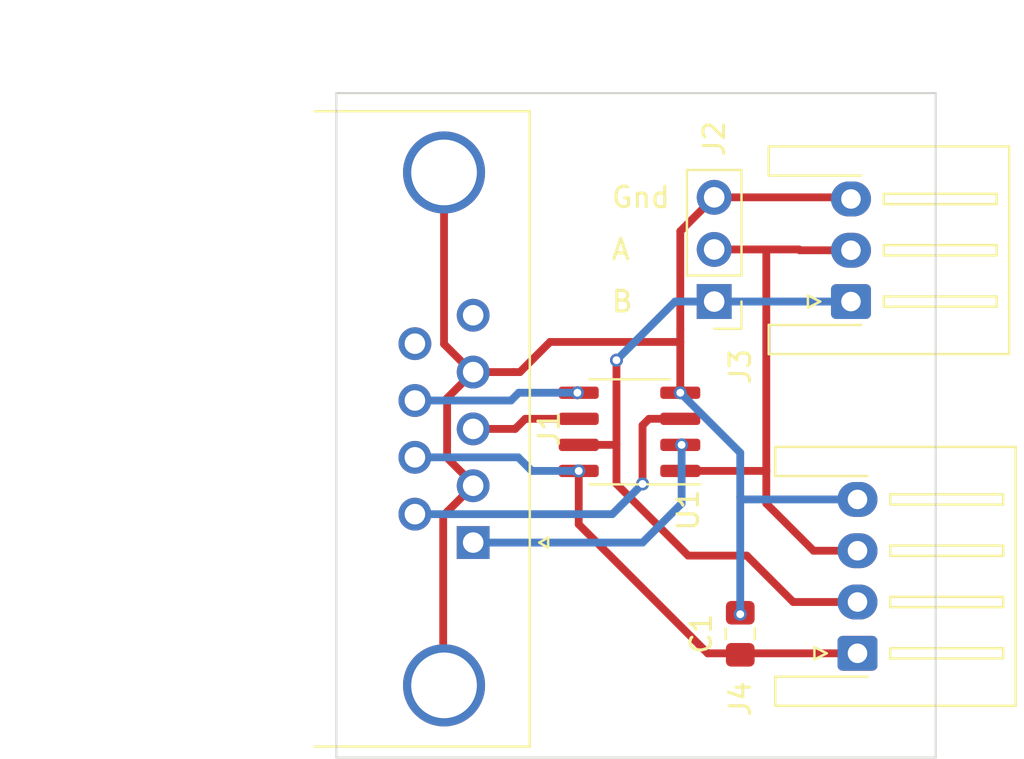
<source format=kicad_pcb>
(kicad_pcb (version 20171130) (host pcbnew "(5.1.5)-3")

  (general
    (thickness 1.6)
    (drawings 11)
    (tracks 76)
    (zones 0)
    (modules 6)
    (nets 9)
  )

  (page A4)
  (layers
    (0 F.Cu signal)
    (31 B.Cu signal)
    (32 B.Adhes user)
    (33 F.Adhes user)
    (34 B.Paste user)
    (35 F.Paste user)
    (36 B.SilkS user)
    (37 F.SilkS user)
    (38 B.Mask user)
    (39 F.Mask user)
    (40 Dwgs.User user)
    (41 Cmts.User user)
    (42 Eco1.User user)
    (43 Eco2.User user)
    (44 Edge.Cuts user)
    (45 Margin user)
    (46 B.CrtYd user)
    (47 F.CrtYd user)
    (48 B.Fab user hide)
    (49 F.Fab user hide)
  )

  (setup
    (last_trace_width 0.381)
    (user_trace_width 0.508)
    (trace_clearance 0.2)
    (zone_clearance 0.508)
    (zone_45_only no)
    (trace_min 0.2)
    (via_size 0.635)
    (via_drill 0.381)
    (via_min_size 0.4)
    (via_min_drill 0.3)
    (user_via 1.651 0.635)
    (uvia_size 0.3)
    (uvia_drill 0.1)
    (uvias_allowed no)
    (uvia_min_size 0.2)
    (uvia_min_drill 0.1)
    (edge_width 0.05)
    (segment_width 0.2)
    (pcb_text_width 0.3)
    (pcb_text_size 1.5 1.5)
    (mod_edge_width 0.12)
    (mod_text_size 1 1)
    (mod_text_width 0.15)
    (pad_size 1.524 1.524)
    (pad_drill 0.762)
    (pad_to_mask_clearance 0.051)
    (solder_mask_min_width 0.25)
    (aux_axis_origin 133.35 120.015)
    (grid_origin 133.35 120.015)
    (visible_elements 7FFFFFFF)
    (pcbplotparams
      (layerselection 0x010fc_ffffffff)
      (usegerberextensions false)
      (usegerberattributes false)
      (usegerberadvancedattributes false)
      (creategerberjobfile false)
      (excludeedgelayer true)
      (linewidth 0.100000)
      (plotframeref false)
      (viasonmask false)
      (mode 1)
      (useauxorigin false)
      (hpglpennumber 1)
      (hpglpenspeed 20)
      (hpglpendiameter 15.000000)
      (psnegative false)
      (psa4output false)
      (plotreference true)
      (plotvalue true)
      (plotinvisibletext false)
      (padsonsilk false)
      (subtractmaskfromsilk false)
      (outputformat 1)
      (mirror false)
      (drillshape 0)
      (scaleselection 1)
      (outputdirectory ""))
  )

  (net 0 "")
  (net 1 GND)
  (net 2 +5V)
  (net 3 /B+)
  (net 4 /B-)
  (net 5 /A-)
  (net 6 /A+)
  (net 7 /B)
  (net 8 /A)

  (net_class Default "This is the default net class."
    (clearance 0.2)
    (trace_width 0.381)
    (via_dia 0.635)
    (via_drill 0.381)
    (uvia_dia 0.3)
    (uvia_drill 0.1)
    (add_net +5V)
    (add_net /A)
    (add_net /A+)
    (add_net /A-)
    (add_net /B)
    (add_net /B+)
    (add_net /B-)
    (add_net GND)
  )

  (module 0MiscParts:DSUB-9_Female_Horizontal_P2.77x2.84mm_EdgePinOffset4.94mm_Housed_MountingHolesOffset7.48mm (layer F.Cu) (tedit 5E5A5D2A) (tstamp 5E4C5D68)
    (at 140.0175 109.5375 270)
    (descr "9-pin D-Sub connector, horizontal/angled (90 deg), THT-mount, female, pitch 2.77x2.84mm, pin-PCB-offset 4.9399999999999995mm, distance of mounting holes 25mm, distance of mounting holes to PCB edge 7.4799999999999995mm, see https://disti-assets.s3.amazonaws.com/tonar/files/datasheets/16730.pdf")
    (tags "9-pin D-Sub connector horizontal angled 90deg THT female pitch 2.77x2.84mm pin-PCB-offset 4.9399999999999995mm mounting-holes-distance 25mm mounting-hole-offset 25mm")
    (path /5E4BA70F)
    (fp_text reference J1 (at -5.54 -3.7 90) (layer F.SilkS)
      (effects (font (size 1 1) (thickness 0.15)))
    )
    (fp_text value DB9_Female_MountingHoles (at -5.54 15.85 90) (layer F.Fab)
      (effects (font (size 1 1) (thickness 0.15)))
    )
    (fp_text user %R (at -5.54 11.265 90) (layer F.Fab)
      (effects (font (size 1 1) (thickness 0.15)))
    )
    (fp_line (start 10.4 -3.25) (end -21.5 -3.25) (layer F.CrtYd) (width 0.05))
    (fp_line (start 10.4 14.85) (end 10.4 -3.25) (layer F.CrtYd) (width 0.05))
    (fp_line (start -21.5 14.85) (end 10.4 14.85) (layer F.CrtYd) (width 0.05))
    (fp_line (start -21.5 -3.25) (end -21.5 14.85) (layer F.CrtYd) (width 0.05))
    (fp_line (start 0 -3.221325) (end -0.25 -3.654338) (layer F.SilkS) (width 0.12))
    (fp_line (start 0.25 -3.654338) (end 0 -3.221325) (layer F.SilkS) (width 0.12))
    (fp_line (start -0.25 -3.654338) (end 0.25 -3.654338) (layer F.SilkS) (width 0.12))
    (fp_line (start 9.945 -2.76) (end 9.945 7.72) (layer F.SilkS) (width 0.12))
    (fp_line (start -21.025 -2.76) (end 9.945 -2.76) (layer F.SilkS) (width 0.12))
    (fp_line (start -21.025 7.72) (end -21.025 -2.76) (layer F.SilkS) (width 0.12))
    (fp_line (start 8.56 7.78) (end 8.56 0.3) (layer F.Fab) (width 0.1))
    (fp_line (start 5.36 7.78) (end 5.36 0.3) (layer F.Fab) (width 0.1))
    (fp_line (start -16.44 7.78) (end -16.44 0.3) (layer F.Fab) (width 0.1))
    (fp_line (start -19.64 7.78) (end -19.64 0.3) (layer F.Fab) (width 0.1))
    (fp_line (start 9.46 8.18) (end 4.46 8.18) (layer F.Fab) (width 0.1))
    (fp_line (start 9.46 13.18) (end 9.46 8.18) (layer F.Fab) (width 0.1))
    (fp_line (start 4.46 13.18) (end 9.46 13.18) (layer F.Fab) (width 0.1))
    (fp_line (start 4.46 8.18) (end 4.46 13.18) (layer F.Fab) (width 0.1))
    (fp_line (start -15.54 8.18) (end -20.54 8.18) (layer F.Fab) (width 0.1))
    (fp_line (start -15.54 13.18) (end -15.54 8.18) (layer F.Fab) (width 0.1))
    (fp_line (start -20.54 13.18) (end -15.54 13.18) (layer F.Fab) (width 0.1))
    (fp_line (start -20.54 8.18) (end -20.54 13.18) (layer F.Fab) (width 0.1))
    (fp_line (start 2.61 8.18) (end -13.69 8.18) (layer F.Fab) (width 0.1))
    (fp_line (start 2.61 14.35) (end 2.61 8.18) (layer F.Fab) (width 0.1))
    (fp_line (start -13.69 14.35) (end 2.61 14.35) (layer F.Fab) (width 0.1))
    (fp_line (start -13.69 8.18) (end -13.69 14.35) (layer F.Fab) (width 0.1))
    (fp_line (start 9.885 7.78) (end -20.965 7.78) (layer F.Fab) (width 0.1))
    (fp_line (start 9.885 8.18) (end 9.885 7.78) (layer F.Fab) (width 0.1))
    (fp_line (start -20.965 8.18) (end 9.885 8.18) (layer F.Fab) (width 0.1))
    (fp_line (start -20.965 7.78) (end -20.965 8.18) (layer F.Fab) (width 0.1))
    (fp_line (start 9.885 -2.7) (end -20.965 -2.7) (layer F.Fab) (width 0.1))
    (fp_line (start 9.885 7.78) (end 9.885 -2.7) (layer F.Fab) (width 0.1))
    (fp_line (start -20.965 7.78) (end 9.885 7.78) (layer F.Fab) (width 0.1))
    (fp_line (start -20.965 -2.7) (end -20.965 7.78) (layer F.Fab) (width 0.1))
    (fp_arc (start 6.96 0.3) (end 5.36 0.3) (angle 180) (layer F.Fab) (width 0.1))
    (fp_arc (start -18.04 0.3) (end -19.64 0.3) (angle 180) (layer F.Fab) (width 0.1))
    (pad 0 thru_hole circle (at 6.96 1.42 270) (size 4 4) (drill 3.2) (layers *.Cu *.Mask)
      (net 1 GND))
    (pad 0 thru_hole circle (at -18.04 1.42 270) (size 4 4) (drill 3.2) (layers *.Cu *.Mask)
      (net 1 GND))
    (pad 9 thru_hole circle (at -9.695 2.84 270) (size 1.6 1.6) (drill 1) (layers *.Cu *.Mask))
    (pad 8 thru_hole circle (at -6.925 2.84 270) (size 1.6 1.6) (drill 1) (layers *.Cu *.Mask)
      (net 3 /B+))
    (pad 7 thru_hole circle (at -4.155 2.84 270) (size 1.6 1.6) (drill 1) (layers *.Cu *.Mask)
      (net 2 +5V))
    (pad 6 thru_hole circle (at -1.385 2.84 270) (size 1.6 1.6) (drill 1) (layers *.Cu *.Mask)
      (net 6 /A+))
    (pad 5 thru_hole circle (at -11.08 0 270) (size 1.6 1.6) (drill 1) (layers *.Cu *.Mask))
    (pad 4 thru_hole circle (at -8.31 0 270) (size 1.6 1.6) (drill 1) (layers *.Cu *.Mask)
      (net 1 GND))
    (pad 3 thru_hole circle (at -5.54 0 270) (size 1.6 1.6) (drill 1) (layers *.Cu *.Mask)
      (net 4 /B-))
    (pad 2 thru_hole circle (at -2.77 0 270) (size 1.6 1.6) (drill 1) (layers *.Cu *.Mask)
      (net 1 GND))
    (pad 1 thru_hole rect (at 0 0 270) (size 1.6 1.6) (drill 1) (layers *.Cu *.Mask)
      (net 5 /A-))
    (model ${KISYS3DMOD}/Connector_Dsub.3dshapes/DSUB-9_Female_Horizontal_P2.77x2.84mm_EdgePinOffset4.94mm_Housed_MountingHolesOffset7.48mm.wrl
      (at (xyz 0 0 0))
      (scale (xyz 1 1 1))
      (rotate (xyz 0 0 0))
    )
  )

  (module Connector_PinHeader_2.54mm:PinHeader_1x03_P2.54mm_Vertical (layer F.Cu) (tedit 59FED5CC) (tstamp 5E4CF623)
    (at 151.765 97.79 180)
    (descr "Through hole straight pin header, 1x03, 2.54mm pitch, single row")
    (tags "Through hole pin header THT 1x03 2.54mm single row")
    (path /5E5240B8)
    (fp_text reference J2 (at 0 7.9375 90) (layer F.SilkS)
      (effects (font (size 1 1) (thickness 0.15)))
    )
    (fp_text value Conn_01x03_Male (at 0 7.41) (layer F.Fab)
      (effects (font (size 1 1) (thickness 0.15)))
    )
    (fp_text user %R (at 0 2.54 90) (layer F.Fab)
      (effects (font (size 1 1) (thickness 0.15)))
    )
    (fp_line (start 1.8 -1.8) (end -1.8 -1.8) (layer F.CrtYd) (width 0.05))
    (fp_line (start 1.8 6.85) (end 1.8 -1.8) (layer F.CrtYd) (width 0.05))
    (fp_line (start -1.8 6.85) (end 1.8 6.85) (layer F.CrtYd) (width 0.05))
    (fp_line (start -1.8 -1.8) (end -1.8 6.85) (layer F.CrtYd) (width 0.05))
    (fp_line (start -1.33 -1.33) (end 0 -1.33) (layer F.SilkS) (width 0.12))
    (fp_line (start -1.33 0) (end -1.33 -1.33) (layer F.SilkS) (width 0.12))
    (fp_line (start -1.33 1.27) (end 1.33 1.27) (layer F.SilkS) (width 0.12))
    (fp_line (start 1.33 1.27) (end 1.33 6.41) (layer F.SilkS) (width 0.12))
    (fp_line (start -1.33 1.27) (end -1.33 6.41) (layer F.SilkS) (width 0.12))
    (fp_line (start -1.33 6.41) (end 1.33 6.41) (layer F.SilkS) (width 0.12))
    (fp_line (start -1.27 -0.635) (end -0.635 -1.27) (layer F.Fab) (width 0.1))
    (fp_line (start -1.27 6.35) (end -1.27 -0.635) (layer F.Fab) (width 0.1))
    (fp_line (start 1.27 6.35) (end -1.27 6.35) (layer F.Fab) (width 0.1))
    (fp_line (start 1.27 -1.27) (end 1.27 6.35) (layer F.Fab) (width 0.1))
    (fp_line (start -0.635 -1.27) (end 1.27 -1.27) (layer F.Fab) (width 0.1))
    (pad 3 thru_hole oval (at 0 5.08 180) (size 1.7 1.7) (drill 1) (layers *.Cu *.Mask)
      (net 1 GND))
    (pad 2 thru_hole oval (at 0 2.54 180) (size 1.7 1.7) (drill 1) (layers *.Cu *.Mask)
      (net 8 /A))
    (pad 1 thru_hole rect (at 0 0 180) (size 1.7 1.7) (drill 1) (layers *.Cu *.Mask)
      (net 7 /B))
    (model ${KISYS3DMOD}/Connector_PinHeader_2.54mm.3dshapes/PinHeader_1x03_P2.54mm_Vertical.wrl
      (at (xyz 0 0 0))
      (scale (xyz 1 1 1))
      (rotate (xyz 0 0 0))
    )
  )

  (module Connector_JST:JST_XH_S3B-XH-A-1_1x03_P2.50mm_Horizontal (layer F.Cu) (tedit 5C281476) (tstamp 5E4C5EEF)
    (at 158.4325 97.79 90)
    (descr "JST XH series connector, S3B-XH-A-1 (http://www.jst-mfg.com/product/pdf/eng/eXH.pdf), generated with kicad-footprint-generator")
    (tags "connector JST XH horizontal")
    (path /5E5026A3)
    (fp_text reference J3 (at -3.175 -5.3975 90) (layer F.SilkS)
      (effects (font (size 1 1) (thickness 0.15)))
    )
    (fp_text value Conn_01x03 (at 2.5 8.8 90) (layer F.Fab)
      (effects (font (size 1 1) (thickness 0.15)))
    )
    (fp_text user %R (at 2.5 1.85 90) (layer F.Fab)
      (effects (font (size 1 1) (thickness 0.15)))
    )
    (fp_line (start 0 -0.4) (end 0.625 0.6) (layer F.Fab) (width 0.1))
    (fp_line (start -0.625 0.6) (end 0 -0.4) (layer F.Fab) (width 0.1))
    (fp_line (start 0.3 -2.1) (end 0 -1.5) (layer F.SilkS) (width 0.12))
    (fp_line (start -0.3 -2.1) (end 0.3 -2.1) (layer F.SilkS) (width 0.12))
    (fp_line (start 0 -1.5) (end -0.3 -2.1) (layer F.SilkS) (width 0.12))
    (fp_line (start 5.25 1.6) (end 4.75 1.6) (layer F.SilkS) (width 0.12))
    (fp_line (start 5.25 7.1) (end 5.25 1.6) (layer F.SilkS) (width 0.12))
    (fp_line (start 4.75 7.1) (end 5.25 7.1) (layer F.SilkS) (width 0.12))
    (fp_line (start 4.75 1.6) (end 4.75 7.1) (layer F.SilkS) (width 0.12))
    (fp_line (start 2.75 1.6) (end 2.25 1.6) (layer F.SilkS) (width 0.12))
    (fp_line (start 2.75 7.1) (end 2.75 1.6) (layer F.SilkS) (width 0.12))
    (fp_line (start 2.25 7.1) (end 2.75 7.1) (layer F.SilkS) (width 0.12))
    (fp_line (start 2.25 1.6) (end 2.25 7.1) (layer F.SilkS) (width 0.12))
    (fp_line (start 0.25 1.6) (end -0.25 1.6) (layer F.SilkS) (width 0.12))
    (fp_line (start 0.25 7.1) (end 0.25 1.6) (layer F.SilkS) (width 0.12))
    (fp_line (start -0.25 7.1) (end 0.25 7.1) (layer F.SilkS) (width 0.12))
    (fp_line (start -0.25 1.6) (end -0.25 7.1) (layer F.SilkS) (width 0.12))
    (fp_line (start 6.25 0.6) (end 2.5 0.6) (layer F.Fab) (width 0.1))
    (fp_line (start 6.25 -3.9) (end 6.25 0.6) (layer F.Fab) (width 0.1))
    (fp_line (start 7.45 -3.9) (end 6.25 -3.9) (layer F.Fab) (width 0.1))
    (fp_line (start 7.45 7.6) (end 7.45 -3.9) (layer F.Fab) (width 0.1))
    (fp_line (start 2.5 7.6) (end 7.45 7.6) (layer F.Fab) (width 0.1))
    (fp_line (start -1.25 0.6) (end 2.5 0.6) (layer F.Fab) (width 0.1))
    (fp_line (start -1.25 -3.9) (end -1.25 0.6) (layer F.Fab) (width 0.1))
    (fp_line (start -2.45 -3.9) (end -1.25 -3.9) (layer F.Fab) (width 0.1))
    (fp_line (start -2.45 7.6) (end -2.45 -3.9) (layer F.Fab) (width 0.1))
    (fp_line (start 2.5 7.6) (end -2.45 7.6) (layer F.Fab) (width 0.1))
    (fp_line (start 6.14 -4.01) (end 6.14 0.49) (layer F.SilkS) (width 0.12))
    (fp_line (start 7.56 -4.01) (end 6.14 -4.01) (layer F.SilkS) (width 0.12))
    (fp_line (start 7.56 7.71) (end 7.56 -4.01) (layer F.SilkS) (width 0.12))
    (fp_line (start 2.5 7.71) (end 7.56 7.71) (layer F.SilkS) (width 0.12))
    (fp_line (start -1.14 -4.01) (end -1.14 0.49) (layer F.SilkS) (width 0.12))
    (fp_line (start -2.56 -4.01) (end -1.14 -4.01) (layer F.SilkS) (width 0.12))
    (fp_line (start -2.56 7.71) (end -2.56 -4.01) (layer F.SilkS) (width 0.12))
    (fp_line (start 2.5 7.71) (end -2.56 7.71) (layer F.SilkS) (width 0.12))
    (fp_line (start 7.95 -4.4) (end -2.95 -4.4) (layer F.CrtYd) (width 0.05))
    (fp_line (start 7.95 8.1) (end 7.95 -4.4) (layer F.CrtYd) (width 0.05))
    (fp_line (start -2.95 8.1) (end 7.95 8.1) (layer F.CrtYd) (width 0.05))
    (fp_line (start -2.95 -4.4) (end -2.95 8.1) (layer F.CrtYd) (width 0.05))
    (pad 3 thru_hole oval (at 5 0 90) (size 1.7 1.95) (drill 0.95) (layers *.Cu *.Mask)
      (net 1 GND))
    (pad 2 thru_hole oval (at 2.5 0 90) (size 1.7 1.95) (drill 0.95) (layers *.Cu *.Mask)
      (net 8 /A))
    (pad 1 thru_hole roundrect (at 0 0 90) (size 1.7 1.95) (drill 0.95) (layers *.Cu *.Mask) (roundrect_rratio 0.147059)
      (net 7 /B))
    (model ${KISYS3DMOD}/Connector_JST.3dshapes/JST_XH_S3B-XH-A-1_1x03_P2.50mm_Horizontal.wrl
      (at (xyz 0 0 0))
      (scale (xyz 1 1 1))
      (rotate (xyz 0 0 0))
    )
  )

  (module Package_SO:SOIC-8_3.9x4.9mm_P1.27mm (layer F.Cu) (tedit 5C97300E) (tstamp 5E4C5F64)
    (at 147.6375 104.14 180)
    (descr "SOIC, 8 Pin (JEDEC MS-012AA, https://www.analog.com/media/en/package-pcb-resources/package/pkg_pdf/soic_narrow-r/r_8.pdf), generated with kicad-footprint-generator ipc_gullwing_generator.py")
    (tags "SOIC SO")
    (path /5E4BBA64)
    (attr smd)
    (fp_text reference U1 (at -2.8575 -3.81 90) (layer F.SilkS)
      (effects (font (size 1 1) (thickness 0.15)))
    )
    (fp_text value OP275 (at 0 3.4) (layer F.Fab)
      (effects (font (size 1 1) (thickness 0.15)))
    )
    (fp_text user %R (at 0 0) (layer F.Fab)
      (effects (font (size 0.98 0.98) (thickness 0.15)))
    )
    (fp_line (start 3.7 -2.7) (end -3.7 -2.7) (layer F.CrtYd) (width 0.05))
    (fp_line (start 3.7 2.7) (end 3.7 -2.7) (layer F.CrtYd) (width 0.05))
    (fp_line (start -3.7 2.7) (end 3.7 2.7) (layer F.CrtYd) (width 0.05))
    (fp_line (start -3.7 -2.7) (end -3.7 2.7) (layer F.CrtYd) (width 0.05))
    (fp_line (start -1.95 -1.475) (end -0.975 -2.45) (layer F.Fab) (width 0.1))
    (fp_line (start -1.95 2.45) (end -1.95 -1.475) (layer F.Fab) (width 0.1))
    (fp_line (start 1.95 2.45) (end -1.95 2.45) (layer F.Fab) (width 0.1))
    (fp_line (start 1.95 -2.45) (end 1.95 2.45) (layer F.Fab) (width 0.1))
    (fp_line (start -0.975 -2.45) (end 1.95 -2.45) (layer F.Fab) (width 0.1))
    (fp_line (start 0 -2.56) (end -3.45 -2.56) (layer F.SilkS) (width 0.12))
    (fp_line (start 0 -2.56) (end 1.95 -2.56) (layer F.SilkS) (width 0.12))
    (fp_line (start 0 2.56) (end -1.95 2.56) (layer F.SilkS) (width 0.12))
    (fp_line (start 0 2.56) (end 1.95 2.56) (layer F.SilkS) (width 0.12))
    (pad 8 smd roundrect (at 2.475 -1.905 180) (size 1.95 0.6) (layers F.Cu F.Paste F.Mask) (roundrect_rratio 0.25)
      (net 2 +5V))
    (pad 7 smd roundrect (at 2.475 -0.635 180) (size 1.95 0.6) (layers F.Cu F.Paste F.Mask) (roundrect_rratio 0.25)
      (net 7 /B))
    (pad 6 smd roundrect (at 2.475 0.635 180) (size 1.95 0.6) (layers F.Cu F.Paste F.Mask) (roundrect_rratio 0.25)
      (net 4 /B-))
    (pad 5 smd roundrect (at 2.475 1.905 180) (size 1.95 0.6) (layers F.Cu F.Paste F.Mask) (roundrect_rratio 0.25)
      (net 3 /B+))
    (pad 4 smd roundrect (at -2.475 1.905 180) (size 1.95 0.6) (layers F.Cu F.Paste F.Mask) (roundrect_rratio 0.25)
      (net 1 GND))
    (pad 3 smd roundrect (at -2.475 0.635 180) (size 1.95 0.6) (layers F.Cu F.Paste F.Mask) (roundrect_rratio 0.25)
      (net 6 /A+))
    (pad 2 smd roundrect (at -2.475 -0.635 180) (size 1.95 0.6) (layers F.Cu F.Paste F.Mask) (roundrect_rratio 0.25)
      (net 5 /A-))
    (pad 1 smd roundrect (at -2.475 -1.905 180) (size 1.95 0.6) (layers F.Cu F.Paste F.Mask) (roundrect_rratio 0.25)
      (net 8 /A))
    (model ${KISYS3DMOD}/Package_SO.3dshapes/SOIC-8_3.9x4.9mm_P1.27mm.wrl
      (at (xyz 0 0 0))
      (scale (xyz 1 1 1))
      (rotate (xyz 0 0 0))
    )
  )

  (module Connector_JST:JST_XH_S4B-XH-A-1_1x04_P2.50mm_Horizontal (layer F.Cu) (tedit 5C281476) (tstamp 5E4C5CCF)
    (at 158.75 114.935 90)
    (descr "JST XH series connector, S4B-XH-A-1 (http://www.jst-mfg.com/product/pdf/eng/eXH.pdf), generated with kicad-footprint-generator")
    (tags "connector JST XH horizontal")
    (path /5E4C13FC)
    (fp_text reference J4 (at -2.2225 -5.715 90) (layer F.SilkS)
      (effects (font (size 1 1) (thickness 0.15)))
    )
    (fp_text value Conn_01x04 (at 3.75 8.8 90) (layer F.Fab)
      (effects (font (size 1 1) (thickness 0.15)))
    )
    (fp_text user %R (at 3.75 1.85 90) (layer F.Fab)
      (effects (font (size 1 1) (thickness 0.15)))
    )
    (fp_line (start 0 -0.4) (end 0.625 0.6) (layer F.Fab) (width 0.1))
    (fp_line (start -0.625 0.6) (end 0 -0.4) (layer F.Fab) (width 0.1))
    (fp_line (start 0.3 -2.1) (end 0 -1.5) (layer F.SilkS) (width 0.12))
    (fp_line (start -0.3 -2.1) (end 0.3 -2.1) (layer F.SilkS) (width 0.12))
    (fp_line (start 0 -1.5) (end -0.3 -2.1) (layer F.SilkS) (width 0.12))
    (fp_line (start 7.75 1.6) (end 7.25 1.6) (layer F.SilkS) (width 0.12))
    (fp_line (start 7.75 7.1) (end 7.75 1.6) (layer F.SilkS) (width 0.12))
    (fp_line (start 7.25 7.1) (end 7.75 7.1) (layer F.SilkS) (width 0.12))
    (fp_line (start 7.25 1.6) (end 7.25 7.1) (layer F.SilkS) (width 0.12))
    (fp_line (start 5.25 1.6) (end 4.75 1.6) (layer F.SilkS) (width 0.12))
    (fp_line (start 5.25 7.1) (end 5.25 1.6) (layer F.SilkS) (width 0.12))
    (fp_line (start 4.75 7.1) (end 5.25 7.1) (layer F.SilkS) (width 0.12))
    (fp_line (start 4.75 1.6) (end 4.75 7.1) (layer F.SilkS) (width 0.12))
    (fp_line (start 2.75 1.6) (end 2.25 1.6) (layer F.SilkS) (width 0.12))
    (fp_line (start 2.75 7.1) (end 2.75 1.6) (layer F.SilkS) (width 0.12))
    (fp_line (start 2.25 7.1) (end 2.75 7.1) (layer F.SilkS) (width 0.12))
    (fp_line (start 2.25 1.6) (end 2.25 7.1) (layer F.SilkS) (width 0.12))
    (fp_line (start 0.25 1.6) (end -0.25 1.6) (layer F.SilkS) (width 0.12))
    (fp_line (start 0.25 7.1) (end 0.25 1.6) (layer F.SilkS) (width 0.12))
    (fp_line (start -0.25 7.1) (end 0.25 7.1) (layer F.SilkS) (width 0.12))
    (fp_line (start -0.25 1.6) (end -0.25 7.1) (layer F.SilkS) (width 0.12))
    (fp_line (start 8.75 0.6) (end 3.75 0.6) (layer F.Fab) (width 0.1))
    (fp_line (start 8.75 -3.9) (end 8.75 0.6) (layer F.Fab) (width 0.1))
    (fp_line (start 9.95 -3.9) (end 8.75 -3.9) (layer F.Fab) (width 0.1))
    (fp_line (start 9.95 7.6) (end 9.95 -3.9) (layer F.Fab) (width 0.1))
    (fp_line (start 3.75 7.6) (end 9.95 7.6) (layer F.Fab) (width 0.1))
    (fp_line (start -1.25 0.6) (end 3.75 0.6) (layer F.Fab) (width 0.1))
    (fp_line (start -1.25 -3.9) (end -1.25 0.6) (layer F.Fab) (width 0.1))
    (fp_line (start -2.45 -3.9) (end -1.25 -3.9) (layer F.Fab) (width 0.1))
    (fp_line (start -2.45 7.6) (end -2.45 -3.9) (layer F.Fab) (width 0.1))
    (fp_line (start 3.75 7.6) (end -2.45 7.6) (layer F.Fab) (width 0.1))
    (fp_line (start 8.64 -4.01) (end 8.64 0.49) (layer F.SilkS) (width 0.12))
    (fp_line (start 10.06 -4.01) (end 8.64 -4.01) (layer F.SilkS) (width 0.12))
    (fp_line (start 10.06 7.71) (end 10.06 -4.01) (layer F.SilkS) (width 0.12))
    (fp_line (start 3.75 7.71) (end 10.06 7.71) (layer F.SilkS) (width 0.12))
    (fp_line (start -1.14 -4.01) (end -1.14 0.49) (layer F.SilkS) (width 0.12))
    (fp_line (start -2.56 -4.01) (end -1.14 -4.01) (layer F.SilkS) (width 0.12))
    (fp_line (start -2.56 7.71) (end -2.56 -4.01) (layer F.SilkS) (width 0.12))
    (fp_line (start 3.75 7.71) (end -2.56 7.71) (layer F.SilkS) (width 0.12))
    (fp_line (start 10.45 -4.4) (end -2.95 -4.4) (layer F.CrtYd) (width 0.05))
    (fp_line (start 10.45 8.1) (end 10.45 -4.4) (layer F.CrtYd) (width 0.05))
    (fp_line (start -2.95 8.1) (end 10.45 8.1) (layer F.CrtYd) (width 0.05))
    (fp_line (start -2.95 -4.4) (end -2.95 8.1) (layer F.CrtYd) (width 0.05))
    (pad 4 thru_hole oval (at 7.5 0 90) (size 1.7 1.95) (drill 0.95) (layers *.Cu *.Mask)
      (net 1 GND))
    (pad 3 thru_hole oval (at 5 0 90) (size 1.7 1.95) (drill 0.95) (layers *.Cu *.Mask)
      (net 8 /A))
    (pad 2 thru_hole oval (at 2.5 0 90) (size 1.7 1.95) (drill 0.95) (layers *.Cu *.Mask)
      (net 7 /B))
    (pad 1 thru_hole roundrect (at 0 0 90) (size 1.7 1.95) (drill 0.95) (layers *.Cu *.Mask) (roundrect_rratio 0.147059)
      (net 2 +5V))
    (model ${KISYS3DMOD}/Connector_JST.3dshapes/JST_XH_S4B-XH-A-1_1x04_P2.50mm_Horizontal.wrl
      (at (xyz 0 0 0))
      (scale (xyz 1 1 1))
      (rotate (xyz 0 0 0))
    )
  )

  (module Capacitor_SMD:C_0805_2012Metric_Pad1.15x1.40mm_HandSolder (layer F.Cu) (tedit 5B36C52B) (tstamp 5E4C5DDE)
    (at 153.035 113.9825 90)
    (descr "Capacitor SMD 0805 (2012 Metric), square (rectangular) end terminal, IPC_7351 nominal with elongated pad for handsoldering. (Body size source: https://docs.google.com/spreadsheets/d/1BsfQQcO9C6DZCsRaXUlFlo91Tg2WpOkGARC1WS5S8t0/edit?usp=sharing), generated with kicad-footprint-generator")
    (tags "capacitor handsolder")
    (path /5E4C1ED6)
    (attr smd)
    (fp_text reference C1 (at 0 -1.905 90) (layer F.SilkS)
      (effects (font (size 1 1) (thickness 0.15)))
    )
    (fp_text value C (at 0 1.65 90) (layer F.Fab)
      (effects (font (size 1 1) (thickness 0.15)))
    )
    (fp_text user %R (at 6.985 -3.4925 90) (layer F.Fab)
      (effects (font (size 0.5 0.5) (thickness 0.08)))
    )
    (fp_line (start 1.85 0.95) (end -1.85 0.95) (layer F.CrtYd) (width 0.05))
    (fp_line (start 1.85 -0.95) (end 1.85 0.95) (layer F.CrtYd) (width 0.05))
    (fp_line (start -1.85 -0.95) (end 1.85 -0.95) (layer F.CrtYd) (width 0.05))
    (fp_line (start -1.85 0.95) (end -1.85 -0.95) (layer F.CrtYd) (width 0.05))
    (fp_line (start -0.261252 0.71) (end 0.261252 0.71) (layer F.SilkS) (width 0.12))
    (fp_line (start -0.261252 -0.71) (end 0.261252 -0.71) (layer F.SilkS) (width 0.12))
    (fp_line (start 1 0.6) (end -1 0.6) (layer F.Fab) (width 0.1))
    (fp_line (start 1 -0.6) (end 1 0.6) (layer F.Fab) (width 0.1))
    (fp_line (start -1 -0.6) (end 1 -0.6) (layer F.Fab) (width 0.1))
    (fp_line (start -1 0.6) (end -1 -0.6) (layer F.Fab) (width 0.1))
    (pad 2 smd roundrect (at 1.025 0 90) (size 1.15 1.4) (layers F.Cu F.Paste F.Mask) (roundrect_rratio 0.217391)
      (net 1 GND))
    (pad 1 smd roundrect (at -1.025 0 90) (size 1.15 1.4) (layers F.Cu F.Paste F.Mask) (roundrect_rratio 0.217391)
      (net 2 +5V))
    (model ${KISYS3DMOD}/Capacitor_SMD.3dshapes/C_0805_2012Metric.wrl
      (at (xyz 0 0 0))
      (scale (xyz 1 1 1))
      (rotate (xyz 0 0 0))
    )
  )

  (dimension 25.0825 (width 0.15) (layer Dwgs.User)
    (gr_text "0.9875 in" (at 128.875 103.98125 90) (layer Dwgs.User)
      (effects (font (size 1 1) (thickness 0.15)))
    )
    (feature1 (pts (xy 133.35 91.44) (xy 129.588579 91.44)))
    (feature2 (pts (xy 133.35 116.5225) (xy 129.588579 116.5225)))
    (crossbar (pts (xy 130.175 116.5225) (xy 130.175 91.44)))
    (arrow1a (pts (xy 130.175 91.44) (xy 130.761421 92.566504)))
    (arrow1b (pts (xy 130.175 91.44) (xy 129.588579 92.566504)))
    (arrow2a (pts (xy 130.175 116.5225) (xy 130.761421 115.395996)))
    (arrow2b (pts (xy 130.175 116.5225) (xy 129.588579 115.395996)))
  )
  (dimension 3.81 (width 0.15) (layer Dwgs.User)
    (gr_text "0.1500 in" (at 128.875 89.535 270) (layer Dwgs.User)
      (effects (font (size 1 1) (thickness 0.15)))
    )
    (feature1 (pts (xy 133.35 91.44) (xy 129.588579 91.44)))
    (feature2 (pts (xy 133.35 87.63) (xy 129.588579 87.63)))
    (crossbar (pts (xy 130.175 87.63) (xy 130.175 91.44)))
    (arrow1a (pts (xy 130.175 91.44) (xy 129.588579 90.313496)))
    (arrow1b (pts (xy 130.175 91.44) (xy 130.761421 90.313496)))
    (arrow2a (pts (xy 130.175 87.63) (xy 129.588579 88.756504)))
    (arrow2b (pts (xy 130.175 87.63) (xy 130.761421 88.756504)))
  )
  (gr_text B (at 146.685 97.79) (layer F.SilkS) (tstamp 5E4CFB3C)
    (effects (font (size 1 1) (thickness 0.15)) (justify left))
  )
  (gr_text A (at 146.685 95.25) (layer F.SilkS) (tstamp 5E4CFB3C)
    (effects (font (size 1 1) (thickness 0.15)) (justify left))
  )
  (gr_text Gnd (at 146.685 92.71) (layer F.SilkS)
    (effects (font (size 1 1) (thickness 0.15)) (justify left))
  )
  (dimension 32.385 (width 0.15) (layer Dwgs.User) (tstamp 5E4C5F9E)
    (gr_text "1.2750 in" (at 120.62 103.8225 90) (layer Dwgs.User) (tstamp 5E4C5F9E)
      (effects (font (size 1 1) (thickness 0.15)))
    )
    (feature1 (pts (xy 133.35 87.63) (xy 121.333579 87.63)))
    (feature2 (pts (xy 133.35 120.015) (xy 121.333579 120.015)))
    (crossbar (pts (xy 121.92 120.015) (xy 121.92 87.63)))
    (arrow1a (pts (xy 121.92 87.63) (xy 122.506421 88.756504)))
    (arrow1b (pts (xy 121.92 87.63) (xy 121.333579 88.756504)))
    (arrow2a (pts (xy 121.92 120.015) (xy 122.506421 118.888496)))
    (arrow2b (pts (xy 121.92 120.015) (xy 121.333579 118.888496)))
  )
  (dimension 29.21 (width 0.15) (layer Dwgs.User) (tstamp 5E4C5F98)
    (gr_text "1.1500 in" (at 147.955 83.79) (layer Dwgs.User) (tstamp 5E4C5F98)
      (effects (font (size 1 1) (thickness 0.15)))
    )
    (feature1 (pts (xy 133.35 87.63) (xy 133.35 84.503579)))
    (feature2 (pts (xy 162.56 87.63) (xy 162.56 84.503579)))
    (crossbar (pts (xy 162.56 85.09) (xy 133.35 85.09)))
    (arrow1a (pts (xy 133.35 85.09) (xy 134.476504 84.503579)))
    (arrow1b (pts (xy 133.35 85.09) (xy 134.476504 85.676421)))
    (arrow2a (pts (xy 162.56 85.09) (xy 161.433496 84.503579)))
    (arrow2b (pts (xy 162.56 85.09) (xy 161.433496 85.676421)))
  )
  (gr_line (start 133.35 87.63) (end 133.35 120.015) (layer Edge.Cuts) (width 0.1) (tstamp 5E4C5EBC))
  (gr_line (start 162.56 87.63) (end 133.35 87.63) (layer Edge.Cuts) (width 0.1) (tstamp 5E4C5EB3))
  (gr_line (start 162.56 120.015) (end 162.56 87.63) (layer Edge.Cuts) (width 0.1) (tstamp 5E4C5EB6))
  (gr_line (start 133.35 120.015) (end 162.56 120.015) (layer Edge.Cuts) (width 0.1) (tstamp 5E4C5EB9))

  (via (at 153.035 113.03) (size 0.635) (drill 0.381) (layers F.Cu B.Cu) (net 1) (tstamp 5E4C5C94))
  (segment (start 150.1125 101.835) (end 150.1125 102.235) (width 0.381) (layer F.Cu) (net 1) (tstamp 5E4C5E4A))
  (segment (start 150.1125 102.235) (end 150.1125 102.235) (width 0.381) (layer F.Cu) (net 1) (tstamp 5E4C5E62))
  (via (at 150.1125 102.235) (size 0.635) (drill 0.381) (layers F.Cu B.Cu) (net 1) (tstamp 5E4C5C8B))
  (segment (start 150.1125 102.235) (end 153.035 105.1575) (width 0.381) (layer B.Cu) (net 1) (tstamp 5E4C5E3B))
  (segment (start 153.155 107.435) (end 153.035 107.315) (width 0.381) (layer B.Cu) (net 1) (tstamp 5E4C5E2F))
  (segment (start 158.75 107.435) (end 153.155 107.435) (width 0.381) (layer B.Cu) (net 1) (tstamp 5E4C5E38))
  (segment (start 153.035 105.1575) (end 153.035 107.315) (width 0.381) (layer B.Cu) (net 1) (tstamp 5E4C5E35))
  (segment (start 153.035 107.315) (end 153.035 113.03) (width 0.381) (layer B.Cu) (net 1) (tstamp 5E4C5E32))
  (segment (start 158.3525 92.71) (end 158.4325 92.79) (width 0.381) (layer F.Cu) (net 1))
  (segment (start 151.765 92.71) (end 158.3525 92.71) (width 0.381) (layer F.Cu) (net 1))
  (segment (start 150.1125 94.3625) (end 151.765 92.71) (width 0.381) (layer F.Cu) (net 1))
  (segment (start 150.1125 99.125) (end 150.1125 94.3625) (width 0.381) (layer F.Cu) (net 1))
  (segment (start 140.0175 106.7675) (end 140.0175 106.68) (width 0.381) (layer F.Cu) (net 1))
  (segment (start 140.0175 106.68) (end 138.7475 105.41) (width 0.381) (layer F.Cu) (net 1))
  (segment (start 138.7475 102.4975) (end 140.0175 101.2275) (width 0.381) (layer F.Cu) (net 1))
  (segment (start 138.7475 105.41) (end 138.7475 102.4975) (width 0.381) (layer F.Cu) (net 1))
  (segment (start 140.0175 101.2275) (end 139.9625 101.2275) (width 0.381) (layer F.Cu) (net 1))
  (segment (start 138.5975 99.8625) (end 138.5975 91.4975) (width 0.381) (layer F.Cu) (net 1))
  (segment (start 139.9625 101.2275) (end 138.5975 99.8625) (width 0.381) (layer F.Cu) (net 1))
  (segment (start 140.0175 101.2275) (end 141.9775 101.2275) (width 0.381) (layer F.Cu) (net 1))
  (segment (start 150.1125 99.76) (end 143.7625 99.76) (width 0.381) (layer F.Cu) (net 1))
  (segment (start 150.1125 99.76) (end 150.1125 101.835) (width 0.381) (layer F.Cu) (net 1))
  (segment (start 150.1125 99.125) (end 150.1125 99.76) (width 0.381) (layer F.Cu) (net 1))
  (segment (start 142.295 101.2275) (end 141.9775 101.2275) (width 0.381) (layer F.Cu) (net 1))
  (segment (start 143.7625 99.76) (end 142.295 101.2275) (width 0.381) (layer F.Cu) (net 1))
  (segment (start 138.557 108.228) (end 140.0175 106.7675) (width 0.381) (layer F.Cu) (net 1))
  (segment (start 138.5975 116.4975) (end 138.557 116.457) (width 0.381) (layer F.Cu) (net 1))
  (segment (start 138.557 116.457) (end 138.557 108.228) (width 0.381) (layer F.Cu) (net 1))
  (segment (start 151.4475 114.935) (end 158.75 114.935) (width 0.381) (layer F.Cu) (net 2) (tstamp 5E4C5E17))
  (segment (start 145.1625 106.045) (end 145.1625 106.045) (width 0.381) (layer F.Cu) (net 2) (tstamp 5E4C5E0B))
  (segment (start 145.1625 108.65) (end 151.4475 114.935) (width 0.381) (layer F.Cu) (net 2) (tstamp 5E4C5E02))
  (segment (start 145.1625 106.045) (end 145.1625 108.65) (width 0.381) (layer F.Cu) (net 2) (tstamp 5EF3CE6D))
  (via (at 145.1625 106.045) (size 0.635) (drill 0.381) (layers F.Cu B.Cu) (net 2))
  (segment (start 137.1775 105.3825) (end 142.2125 105.3825) (width 0.381) (layer B.Cu) (net 2))
  (segment (start 142.875 106.045) (end 145.1625 106.045) (width 0.381) (layer B.Cu) (net 2))
  (segment (start 142.2125 105.3825) (end 142.875 106.045) (width 0.381) (layer B.Cu) (net 2))
  (via (at 145.0975 102.235) (size 0.635) (drill 0.381) (layers F.Cu B.Cu) (net 3))
  (segment (start 137.1775 102.6125) (end 141.8625 102.6125) (width 0.381) (layer B.Cu) (net 3))
  (segment (start 141.8625 102.6125) (end 142.24 102.235) (width 0.381) (layer B.Cu) (net 3))
  (segment (start 142.24 102.235) (end 145.0975 102.235) (width 0.381) (layer B.Cu) (net 3))
  (segment (start 140.0175 103.9975) (end 142.065 103.9975) (width 0.381) (layer F.Cu) (net 4))
  (segment (start 142.5575 103.505) (end 145.1625 103.505) (width 0.381) (layer F.Cu) (net 4))
  (segment (start 142.065 103.9975) (end 142.5575 103.505) (width 0.381) (layer F.Cu) (net 4))
  (via (at 150.1775 104.775) (size 0.635) (drill 0.381) (layers F.Cu B.Cu) (net 5))
  (segment (start 140.0175 109.5375) (end 148.2725 109.5375) (width 0.381) (layer B.Cu) (net 5))
  (segment (start 150.1775 107.6325) (end 150.1775 104.775) (width 0.381) (layer B.Cu) (net 5))
  (segment (start 148.2725 109.5375) (end 150.1775 107.6325) (width 0.381) (layer B.Cu) (net 5))
  (via (at 148.272502 106.68) (size 0.635) (drill 0.381) (layers F.Cu B.Cu) (net 6) (tstamp 5E4C5C97))
  (segment (start 137.1775 108.1525) (end 146.800002 108.1525) (width 0.381) (layer B.Cu) (net 6) (tstamp 5E4C5EAA))
  (segment (start 147.955003 106.997499) (end 148.272502 106.68) (width 0.381) (layer B.Cu) (net 6) (tstamp 5E4C5EAD))
  (segment (start 146.800002 108.1525) (end 147.955003 106.997499) (width 0.381) (layer B.Cu) (net 6) (tstamp 5E4C5EA7))
  (segment (start 150.1125 103.505) (end 148.59 103.505) (width 0.381) (layer F.Cu) (net 6) (tstamp 5E4C5E8F))
  (segment (start 148.272502 103.822498) (end 148.272502 106.68) (width 0.381) (layer F.Cu) (net 6) (tstamp 5E4C5E8C))
  (segment (start 148.59 103.505) (end 148.272502 103.822498) (width 0.381) (layer F.Cu) (net 6) (tstamp 5E4C5E89))
  (segment (start 147.0025 104.775) (end 145.1625 104.775) (width 0.381) (layer F.Cu) (net 7) (tstamp 5E4C5E4D))
  (segment (start 147.0025 106.68) (end 147.0025 104.775) (width 0.381) (layer F.Cu) (net 7) (tstamp 5E4C5E5C))
  (segment (start 150.495 110.1725) (end 147.0025 106.68) (width 0.381) (layer F.Cu) (net 7) (tstamp 5E4C5E5F))
  (segment (start 153.3525 110.1725) (end 150.495 110.1725) (width 0.381) (layer F.Cu) (net 7) (tstamp 5E4C5E56))
  (segment (start 158.75 112.435) (end 155.615 112.435) (width 0.381) (layer F.Cu) (net 7) (tstamp 5E4C5E50))
  (segment (start 155.615 112.435) (end 153.3525 110.1725) (width 0.381) (layer F.Cu) (net 7) (tstamp 5E4C5E53))
  (segment (start 147.0025 104.775) (end 147.0025 100.6475) (width 0.381) (layer F.Cu) (net 7) (tstamp 5E4C5E14))
  (segment (start 147.0025 100.6475) (end 147.0025 100.6475) (width 0.381) (layer F.Cu) (net 7) (tstamp 5E4C5E05))
  (via (at 147.0025 100.6475) (size 0.635) (drill 0.381) (layers F.Cu B.Cu) (net 7) (tstamp 5E4C5C88))
  (segment (start 149.86 97.79) (end 147.0025 100.6475) (width 0.381) (layer B.Cu) (net 7) (tstamp 5E4C5E08))
  (segment (start 158.4325 97.79) (end 149.86 97.79) (width 0.381) (layer B.Cu) (net 7) (tstamp 5E4C5E0E))
  (segment (start 151.765 95.25) (end 151.805 95.29) (width 0.381) (layer F.Cu) (net 8))
  (segment (start 156.6075 109.935) (end 158.75 109.935) (width 0.381) (layer F.Cu) (net 8))
  (segment (start 154.305 107.6325) (end 156.6075 109.935) (width 0.381) (layer F.Cu) (net 8))
  (segment (start 150.1125 106.045) (end 154.305 106.045) (width 0.381) (layer F.Cu) (net 8))
  (segment (start 154.305 106.045) (end 154.305 107.6325) (width 0.381) (layer F.Cu) (net 8))
  (segment (start 154.305 106.045) (end 154.305 95.25) (width 0.381) (layer F.Cu) (net 8))
  (segment (start 151.765 95.25) (end 154.305 95.25) (width 0.381) (layer F.Cu) (net 8))
  (segment (start 154.305 95.25) (end 155.8925 95.25) (width 0.381) (layer F.Cu) (net 8))
  (segment (start 155.9325 95.29) (end 158.4325 95.29) (width 0.381) (layer F.Cu) (net 8))
  (segment (start 155.8925 95.25) (end 155.9325 95.29) (width 0.381) (layer F.Cu) (net 8))

)

</source>
